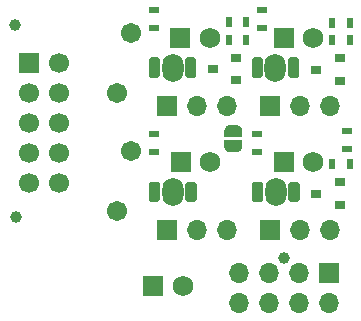
<source format=gbr>
%TF.GenerationSoftware,KiCad,Pcbnew,(5.1.10-1-10_14)*%
%TF.CreationDate,2022-01-10T10:06:08-08:00*%
%TF.ProjectId,FanExpander-Lite,46616e45-7870-4616-9e64-65722d4c6974,V1.0.2*%
%TF.SameCoordinates,Original*%
%TF.FileFunction,Soldermask,Bot*%
%TF.FilePolarity,Negative*%
%FSLAX46Y46*%
G04 Gerber Fmt 4.6, Leading zero omitted, Abs format (unit mm)*
G04 Created by KiCad (PCBNEW (5.1.10-1-10_14)) date 2022-01-10 10:06:08*
%MOMM*%
%LPD*%
G01*
G04 APERTURE LIST*
%ADD10C,1.000000*%
%ADD11O,1.800000X2.400000*%
%ADD12R,1.700000X1.700000*%
%ADD13O,1.700000X1.700000*%
%ADD14C,1.710000*%
%ADD15R,0.500000X0.900000*%
%ADD16R,0.900000X0.500000*%
%ADD17C,0.100000*%
%ADD18C,1.700000*%
%ADD19R,0.900000X0.800000*%
%ADD20R,1.750000X1.750000*%
%ADD21C,1.750000*%
G04 APERTURE END LIST*
D10*
%TO.C,FID3*%
X65074800Y-62255400D03*
%TD*%
%TO.C,FID2*%
X42367200Y-58826400D03*
%TD*%
%TO.C,FID1*%
X42240200Y-42570400D03*
%TD*%
D11*
%TO.C,D4*%
X64333120Y-46146720D03*
G36*
G01*
X63258120Y-45461720D02*
X63258120Y-46831720D01*
G75*
G02*
X63068120Y-47021720I-190000J0D01*
G01*
X62498120Y-47021720D01*
G75*
G02*
X62308120Y-46831720I0J190000D01*
G01*
X62308120Y-45461720D01*
G75*
G02*
X62498120Y-45271720I190000J0D01*
G01*
X63068120Y-45271720D01*
G75*
G02*
X63258120Y-45461720I0J-190000D01*
G01*
G37*
G36*
G01*
X66358120Y-45461720D02*
X66358120Y-46831720D01*
G75*
G02*
X66168120Y-47021720I-190000J0D01*
G01*
X65598120Y-47021720D01*
G75*
G02*
X65408120Y-46831720I0J190000D01*
G01*
X65408120Y-45461720D01*
G75*
G02*
X65598120Y-45271720I190000J0D01*
G01*
X66168120Y-45271720D01*
G75*
G02*
X66358120Y-45461720I0J-190000D01*
G01*
G37*
%TD*%
%TO.C,D3*%
X64358520Y-56662320D03*
G36*
G01*
X63283520Y-55977320D02*
X63283520Y-57347320D01*
G75*
G02*
X63093520Y-57537320I-190000J0D01*
G01*
X62523520Y-57537320D01*
G75*
G02*
X62333520Y-57347320I0J190000D01*
G01*
X62333520Y-55977320D01*
G75*
G02*
X62523520Y-55787320I190000J0D01*
G01*
X63093520Y-55787320D01*
G75*
G02*
X63283520Y-55977320I0J-190000D01*
G01*
G37*
G36*
G01*
X66383520Y-55977320D02*
X66383520Y-57347320D01*
G75*
G02*
X66193520Y-57537320I-190000J0D01*
G01*
X65623520Y-57537320D01*
G75*
G02*
X65433520Y-57347320I0J190000D01*
G01*
X65433520Y-55977320D01*
G75*
G02*
X65623520Y-55787320I190000J0D01*
G01*
X66193520Y-55787320D01*
G75*
G02*
X66383520Y-55977320I0J-190000D01*
G01*
G37*
%TD*%
%TO.C,D2*%
X55620920Y-46146720D03*
G36*
G01*
X54545920Y-45461720D02*
X54545920Y-46831720D01*
G75*
G02*
X54355920Y-47021720I-190000J0D01*
G01*
X53785920Y-47021720D01*
G75*
G02*
X53595920Y-46831720I0J190000D01*
G01*
X53595920Y-45461720D01*
G75*
G02*
X53785920Y-45271720I190000J0D01*
G01*
X54355920Y-45271720D01*
G75*
G02*
X54545920Y-45461720I0J-190000D01*
G01*
G37*
G36*
G01*
X57645920Y-45461720D02*
X57645920Y-46831720D01*
G75*
G02*
X57455920Y-47021720I-190000J0D01*
G01*
X56885920Y-47021720D01*
G75*
G02*
X56695920Y-46831720I0J190000D01*
G01*
X56695920Y-45461720D01*
G75*
G02*
X56885920Y-45271720I190000J0D01*
G01*
X57455920Y-45271720D01*
G75*
G02*
X57645920Y-45461720I0J-190000D01*
G01*
G37*
%TD*%
%TO.C,D1*%
X55626000Y-56667400D03*
G36*
G01*
X54551000Y-55982400D02*
X54551000Y-57352400D01*
G75*
G02*
X54361000Y-57542400I-190000J0D01*
G01*
X53791000Y-57542400D01*
G75*
G02*
X53601000Y-57352400I0J190000D01*
G01*
X53601000Y-55982400D01*
G75*
G02*
X53791000Y-55792400I190000J0D01*
G01*
X54361000Y-55792400D01*
G75*
G02*
X54551000Y-55982400I0J-190000D01*
G01*
G37*
G36*
G01*
X57651000Y-55982400D02*
X57651000Y-57352400D01*
G75*
G02*
X57461000Y-57542400I-190000J0D01*
G01*
X56891000Y-57542400D01*
G75*
G02*
X56701000Y-57352400I0J190000D01*
G01*
X56701000Y-55982400D01*
G75*
G02*
X56891000Y-55792400I190000J0D01*
G01*
X57461000Y-55792400D01*
G75*
G02*
X57651000Y-55982400I0J-190000D01*
G01*
G37*
%TD*%
D12*
%TO.C,J7*%
X68884800Y-63555880D03*
D13*
X68884800Y-66095880D03*
X66344800Y-63555880D03*
X66344800Y-66095880D03*
X63804800Y-63555880D03*
X63804800Y-66095880D03*
X61264800Y-63555880D03*
X61264800Y-66095880D03*
%TD*%
D14*
%TO.C,F2*%
X50900480Y-48285080D03*
X52100480Y-43185080D03*
%TD*%
%TO.C,F1*%
X52106680Y-53167600D03*
X50906680Y-58267600D03*
%TD*%
D15*
%TO.C,R10*%
X69125400Y-43815000D03*
X70625400Y-43815000D03*
%TD*%
%TO.C,R9*%
X70638800Y-42341800D03*
X69138800Y-42341800D03*
%TD*%
D16*
%TO.C,R8*%
X63169800Y-42781920D03*
X63169800Y-41281920D03*
%TD*%
D15*
%TO.C,R7*%
X69137400Y-54305200D03*
X70637400Y-54305200D03*
%TD*%
D16*
%TO.C,R6*%
X70408800Y-51548600D03*
X70408800Y-53048600D03*
%TD*%
%TO.C,R5*%
X62758320Y-53297520D03*
X62758320Y-51797520D03*
%TD*%
D15*
%TO.C,R4*%
X60375800Y-43789600D03*
X61875800Y-43789600D03*
%TD*%
%TO.C,R3*%
X60362400Y-42316400D03*
X61862400Y-42316400D03*
%TD*%
D16*
%TO.C,R2*%
X54046120Y-42781920D03*
X54046120Y-41281920D03*
%TD*%
%TO.C,R1*%
X54046120Y-53297520D03*
X54046120Y-51797520D03*
%TD*%
D17*
%TO.C,JP5*%
G36*
X61506198Y-52796200D02*
G01*
X61506198Y-52820734D01*
X61501388Y-52869565D01*
X61491816Y-52917690D01*
X61477572Y-52964645D01*
X61458795Y-53009978D01*
X61435664Y-53053251D01*
X61408404Y-53094050D01*
X61377276Y-53131979D01*
X61342579Y-53166676D01*
X61304650Y-53197804D01*
X61263851Y-53225064D01*
X61220578Y-53248195D01*
X61175245Y-53266972D01*
X61128290Y-53281216D01*
X61080165Y-53290788D01*
X61031334Y-53295598D01*
X61006800Y-53295598D01*
X61006800Y-53296200D01*
X60506800Y-53296200D01*
X60506800Y-53295598D01*
X60482266Y-53295598D01*
X60433435Y-53290788D01*
X60385310Y-53281216D01*
X60338355Y-53266972D01*
X60293022Y-53248195D01*
X60249749Y-53225064D01*
X60208950Y-53197804D01*
X60171021Y-53166676D01*
X60136324Y-53131979D01*
X60105196Y-53094050D01*
X60077936Y-53053251D01*
X60054805Y-53009978D01*
X60036028Y-52964645D01*
X60021784Y-52917690D01*
X60012212Y-52869565D01*
X60007402Y-52820734D01*
X60007402Y-52796200D01*
X60006800Y-52796200D01*
X60006800Y-52296200D01*
X61506800Y-52296200D01*
X61506800Y-52796200D01*
X61506198Y-52796200D01*
G37*
G36*
X60006800Y-51996200D02*
G01*
X60006800Y-51496200D01*
X60007402Y-51496200D01*
X60007402Y-51471666D01*
X60012212Y-51422835D01*
X60021784Y-51374710D01*
X60036028Y-51327755D01*
X60054805Y-51282422D01*
X60077936Y-51239149D01*
X60105196Y-51198350D01*
X60136324Y-51160421D01*
X60171021Y-51125724D01*
X60208950Y-51094596D01*
X60249749Y-51067336D01*
X60293022Y-51044205D01*
X60338355Y-51025428D01*
X60385310Y-51011184D01*
X60433435Y-51001612D01*
X60482266Y-50996802D01*
X60506800Y-50996802D01*
X60506800Y-50996200D01*
X61006800Y-50996200D01*
X61006800Y-50996802D01*
X61031334Y-50996802D01*
X61080165Y-51001612D01*
X61128290Y-51011184D01*
X61175245Y-51025428D01*
X61220578Y-51044205D01*
X61263851Y-51067336D01*
X61304650Y-51094596D01*
X61342579Y-51125724D01*
X61377276Y-51160421D01*
X61408404Y-51198350D01*
X61435664Y-51239149D01*
X61458795Y-51282422D01*
X61477572Y-51327755D01*
X61491816Y-51374710D01*
X61501388Y-51422835D01*
X61506198Y-51471666D01*
X61506198Y-51496200D01*
X61506800Y-51496200D01*
X61506800Y-51996200D01*
X60006800Y-51996200D01*
G37*
%TD*%
D12*
%TO.C,J5*%
X43434000Y-45720000D03*
D18*
X45974000Y-45720000D03*
X43434000Y-48260000D03*
X45974000Y-48260000D03*
X43434000Y-50800000D03*
X45974000Y-50800000D03*
X43434000Y-53340000D03*
X45974000Y-53340000D03*
X43434000Y-55880000D03*
X45974000Y-55880000D03*
%TD*%
D19*
%TO.C,Q3*%
X69762880Y-45364360D03*
X69762880Y-47264360D03*
X67762880Y-46314360D03*
%TD*%
%TO.C,Q2*%
X69757800Y-55849480D03*
X69757800Y-57749480D03*
X67757800Y-56799480D03*
%TD*%
%TO.C,Q1*%
X59010040Y-46273720D03*
X61010040Y-47223720D03*
X61010040Y-45323720D03*
%TD*%
D20*
%TO.C,J4*%
X65018920Y-43632120D03*
D21*
X67518920Y-43632120D03*
%TD*%
D20*
%TO.C,J3*%
X65018920Y-54147720D03*
D21*
X67518920Y-54147720D03*
%TD*%
D12*
%TO.C,JP4*%
X63850520Y-49423320D03*
D13*
X66390520Y-49423320D03*
X68930520Y-49423320D03*
%TD*%
D12*
%TO.C,JP3*%
X63875920Y-59913520D03*
D13*
X66415920Y-59913520D03*
X68955920Y-59913520D03*
%TD*%
D20*
%TO.C,J2*%
X56281320Y-43632120D03*
D21*
X58781320Y-43632120D03*
%TD*%
D20*
%TO.C,J1*%
X56306720Y-54147720D03*
D21*
X58806720Y-54147720D03*
%TD*%
D12*
%TO.C,JP2*%
X55138320Y-49423320D03*
D13*
X57678320Y-49423320D03*
X60218320Y-49423320D03*
%TD*%
D12*
%TO.C,JP1*%
X55138320Y-59913520D03*
D13*
X57678320Y-59913520D03*
X60218320Y-59913520D03*
%TD*%
D20*
%TO.C,J6*%
X53969920Y-64602360D03*
D21*
X56469920Y-64602360D03*
%TD*%
M02*

</source>
